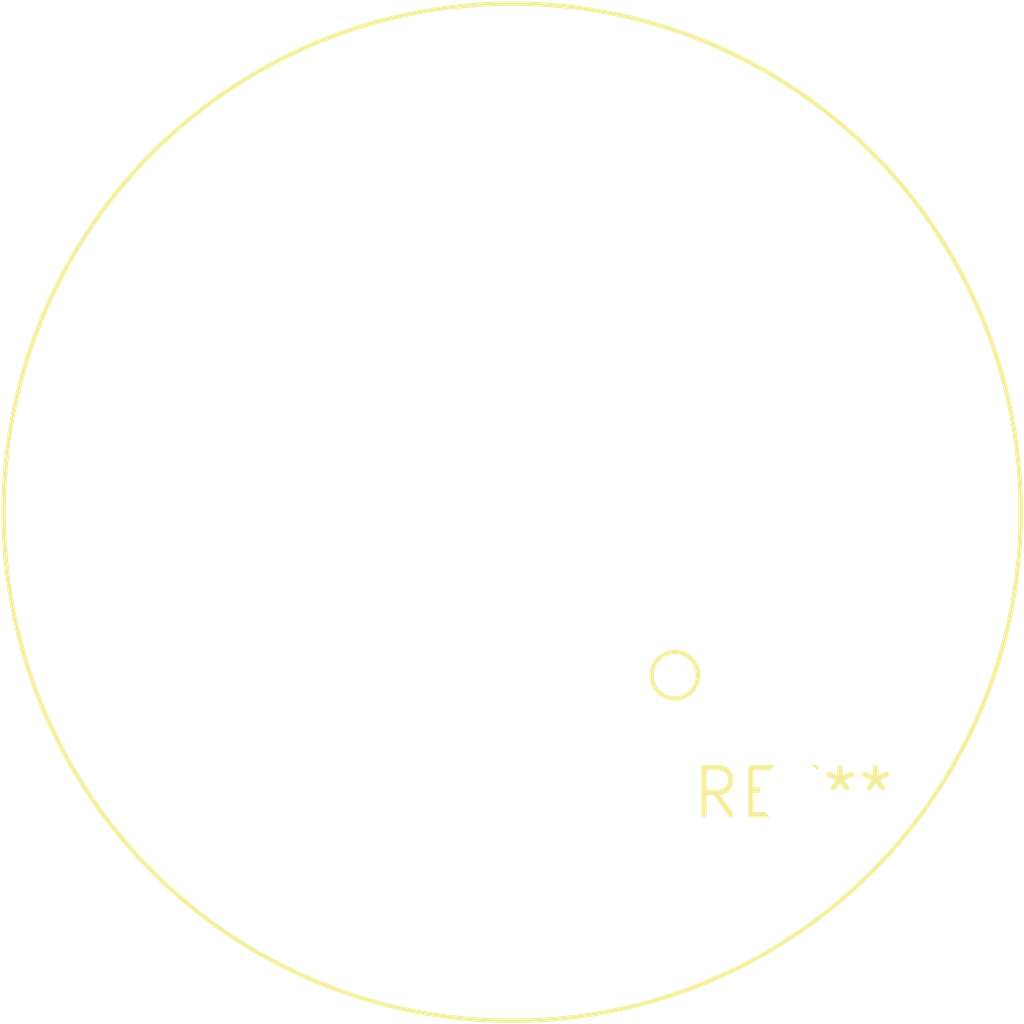
<source format=kicad_pcb>
(kicad_pcb (version 20240108) (generator pcbnew)
  (layers (0 "F.Cu" signal) (31 "B.Cu" signal) (34 "B.Paste" user) (35 "F.Paste" user) (36 "B.SilkS" user "B.Silkscreen") (37 "F.SilkS" user "F.Silkscreen") (38 "B.Mask" user) (39 "F.Mask" user) (44 "Edge.Cuts" user))
  (net 0 "")
  (footprint "Valve_Octal" (layer "F.Cu") (at 0 0)
    (property "Reference" "REF**")
    (property "Value" "Valve_Octal")
    (fp_circle (center -7.62 -7.62) (end 2.13 2.13) (layer "F.SilkS") (stroke (width 0.12)) (fill none))
    (fp_circle (center -3.21 -3.2) (end -2.77 -2.75) (layer "F.SilkS") (stroke (width 0.12)) (fill none))
    (pad "" thru_hole circle (at -7.62 -7.62) (size 6 6) (drill 5.5) (layers *.Cu *.Mask) (remove_unused_layers))
    (pad "1" thru_hole rect (at 0 0) (size 3.81 3.81) (drill 1.8) (layers *.Cu *.Mask) (remove_unused_layers))
    (pad "2" thru_hole circle (at 2.54 -7.62) (size 3.81 3.81) (drill 1.8) (layers *.Cu *.Mask) (remove_unused_layers))
    (pad "3" thru_hole circle (at 0 -15.24) (size 3.81 3.81) (drill 1.8) (layers *.Cu *.Mask) (remove_unused_layers))
    (pad "4" thru_hole circle (at -7.62 -17.78) (size 3.81 3.81) (drill 1.8) (layers *.Cu *.Mask) (remove_unused_layers))
    (pad "5" thru_hole circle (at -15.24 -15.24) (size 3.81 3.81) (drill 1.8) (layers *.Cu *.Mask) (remove_unused_layers))
    (pad "6" thru_hole circle (at -17.78 -7.62) (size 3.81 3.81) (drill 1.8) (layers *.Cu *.Mask) (remove_unused_layers))
    (pad "7" thru_hole circle (at -15.24 0) (size 3.81 3.81) (drill 1.8) (layers *.Cu *.Mask) (remove_unused_layers))
    (pad "8" thru_hole circle (at -7.62 2.54) (size 3.81 3.81) (drill 1.8) (layers *.Cu *.Mask) (remove_unused_layers))
  )
)
</source>
